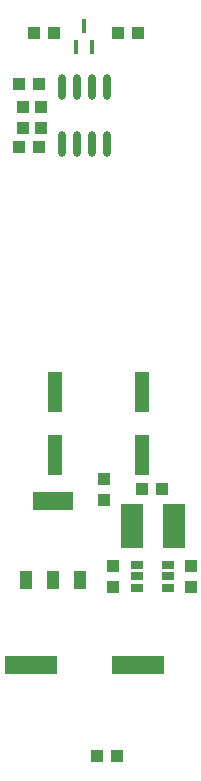
<source format=gtp>
G04*
G04 #@! TF.GenerationSoftware,Altium Limited,Altium Designer,24.5.2 (23)*
G04*
G04 Layer_Color=8421504*
%FSLAX25Y25*%
%MOIN*%
G70*
G04*
G04 #@! TF.SameCoordinates,2268A734-3591-48FF-B187-AB4D2D4595D2*
G04*
G04*
G04 #@! TF.FilePolarity,Positive*
G04*
G01*
G75*
%ADD17R,0.03937X0.04331*%
%ADD18R,0.04331X0.03937*%
%ADD19O,0.02362X0.08661*%
%ADD20R,0.01575X0.05118*%
%ADD21R,0.17717X0.06496*%
%ADD22R,0.03937X0.02756*%
%ADD23R,0.07480X0.14567*%
%ADD24R,0.04724X0.13780*%
%ADD25R,0.04331X0.06102*%
%ADD26R,0.04331X0.06102*%
%ADD27R,0.13583X0.06102*%
D17*
X211500Y263347D02*
D03*
Y256653D02*
D03*
X205500Y256653D02*
D03*
Y263347D02*
D03*
X261500Y103654D02*
D03*
Y110346D02*
D03*
X235500Y103654D02*
D03*
Y110346D02*
D03*
X232500Y139347D02*
D03*
Y132653D02*
D03*
D18*
X204153Y250000D02*
D03*
X210846D02*
D03*
X243847Y288000D02*
D03*
X237154D02*
D03*
X209154D02*
D03*
X215846D02*
D03*
X251847Y136000D02*
D03*
X245153D02*
D03*
X236846Y47000D02*
D03*
X230153D02*
D03*
X210846Y271000D02*
D03*
X204153D02*
D03*
D19*
X233500Y270000D02*
D03*
X228500D02*
D03*
X223500D02*
D03*
X218500D02*
D03*
X233500Y251102D02*
D03*
X228500D02*
D03*
X223500D02*
D03*
X218500D02*
D03*
D20*
X225918Y290596D02*
D03*
X228477Y283509D02*
D03*
X223359D02*
D03*
D21*
X243790Y77576D02*
D03*
X208358D02*
D03*
D22*
X243500Y110740D02*
D03*
Y107000D02*
D03*
Y103260D02*
D03*
X253736Y110740D02*
D03*
Y107000D02*
D03*
Y103260D02*
D03*
D23*
X241740Y123768D02*
D03*
X255913D02*
D03*
D24*
X216210Y168414D02*
D03*
Y147390D02*
D03*
X245210Y168414D02*
D03*
Y147390D02*
D03*
D25*
X206445Y105713D02*
D03*
D26*
X215500D02*
D03*
X224555D02*
D03*
D27*
X215500Y132287D02*
D03*
M02*

</source>
